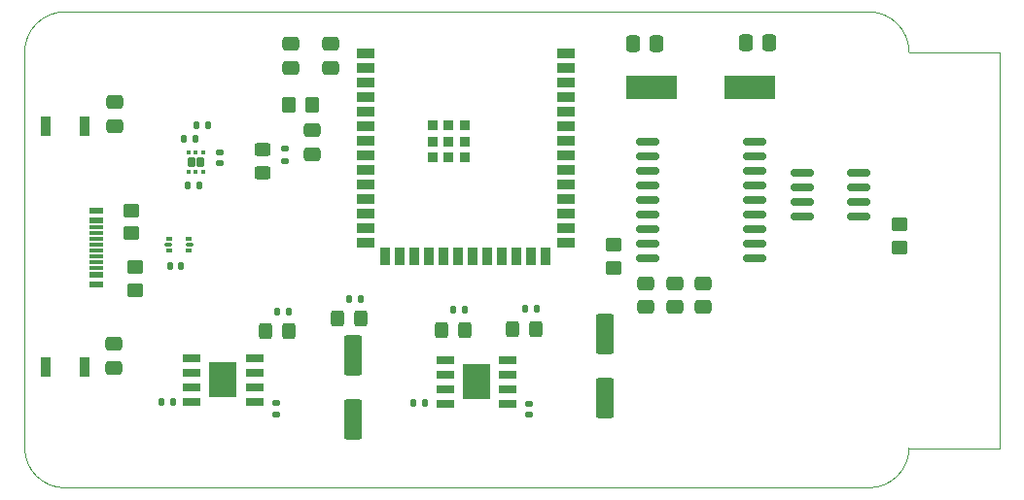
<source format=gbr>
%TF.GenerationSoftware,KiCad,Pcbnew,9.0.2-rc1-202504292220~4c561b3193~ubuntu24.04.1*%
%TF.CreationDate,2025-05-14T22:04:50-03:00*%
%TF.ProjectId,hardware,68617264-7761-4726-952e-6b696361645f,rev?*%
%TF.SameCoordinates,Original*%
%TF.FileFunction,Paste,Top*%
%TF.FilePolarity,Positive*%
%FSLAX46Y46*%
G04 Gerber Fmt 4.6, Leading zero omitted, Abs format (unit mm)*
G04 Created by KiCad (PCBNEW 9.0.2-rc1-202504292220~4c561b3193~ubuntu24.04.1) date 2025-05-14 22:04:50*
%MOMM*%
%LPD*%
G01*
G04 APERTURE LIST*
G04 Aperture macros list*
%AMRoundRect*
0 Rectangle with rounded corners*
0 $1 Rounding radius*
0 $2 $3 $4 $5 $6 $7 $8 $9 X,Y pos of 4 corners*
0 Add a 4 corners polygon primitive as box body*
4,1,4,$2,$3,$4,$5,$6,$7,$8,$9,$2,$3,0*
0 Add four circle primitives for the rounded corners*
1,1,$1+$1,$2,$3*
1,1,$1+$1,$4,$5*
1,1,$1+$1,$6,$7*
1,1,$1+$1,$8,$9*
0 Add four rect primitives between the rounded corners*
20,1,$1+$1,$2,$3,$4,$5,0*
20,1,$1+$1,$4,$5,$6,$7,0*
20,1,$1+$1,$6,$7,$8,$9,0*
20,1,$1+$1,$8,$9,$2,$3,0*%
G04 Aperture macros list end*
%ADD10R,1.525000X0.650000*%
%ADD11R,2.400000X3.100000*%
%ADD12RoundRect,0.250000X0.550000X-1.500000X0.550000X1.500000X-0.550000X1.500000X-0.550000X-1.500000X0*%
%ADD13RoundRect,0.135000X0.135000X0.185000X-0.135000X0.185000X-0.135000X-0.185000X0.135000X-0.185000X0*%
%ADD14RoundRect,0.250000X0.450000X-0.350000X0.450000X0.350000X-0.450000X0.350000X-0.450000X-0.350000X0*%
%ADD15RoundRect,0.150000X0.875000X0.150000X-0.875000X0.150000X-0.875000X-0.150000X0.875000X-0.150000X0*%
%ADD16RoundRect,0.250000X-0.475000X0.337500X-0.475000X-0.337500X0.475000X-0.337500X0.475000X0.337500X0*%
%ADD17RoundRect,0.250000X0.475000X-0.337500X0.475000X0.337500X-0.475000X0.337500X-0.475000X-0.337500X0*%
%ADD18RoundRect,0.135000X-0.135000X-0.185000X0.135000X-0.185000X0.135000X0.185000X-0.135000X0.185000X0*%
%ADD19RoundRect,0.250000X-0.325000X-0.450000X0.325000X-0.450000X0.325000X0.450000X-0.325000X0.450000X0*%
%ADD20RoundRect,0.135000X-0.185000X0.135000X-0.185000X-0.135000X0.185000X-0.135000X0.185000X0.135000X0*%
%ADD21RoundRect,0.172500X-0.172500X0.262500X-0.172500X-0.262500X0.172500X-0.262500X0.172500X0.262500X0*%
%ADD22RoundRect,0.093750X-0.106250X0.093750X-0.106250X-0.093750X0.106250X-0.093750X0.106250X0.093750X0*%
%ADD23RoundRect,0.250000X-0.337500X-0.475000X0.337500X-0.475000X0.337500X0.475000X-0.337500X0.475000X0*%
%ADD24RoundRect,0.140000X-0.170000X0.140000X-0.170000X-0.140000X0.170000X-0.140000X0.170000X0.140000X0*%
%ADD25RoundRect,0.140000X-0.140000X-0.170000X0.140000X-0.170000X0.140000X0.170000X-0.140000X0.170000X0*%
%ADD26RoundRect,0.250000X0.450000X-0.325000X0.450000X0.325000X-0.450000X0.325000X-0.450000X-0.325000X0*%
%ADD27R,0.900000X1.700000*%
%ADD28RoundRect,0.250000X-0.350000X-0.450000X0.350000X-0.450000X0.350000X0.450000X-0.350000X0.450000X0*%
%ADD29R,1.240000X0.600000*%
%ADD30R,1.240000X0.300000*%
%ADD31RoundRect,0.250000X-0.450000X0.350000X-0.450000X-0.350000X0.450000X-0.350000X0.450000X0.350000X0*%
%ADD32R,1.500000X0.900000*%
%ADD33R,0.900000X1.500000*%
%ADD34R,0.900000X0.900000*%
%ADD35RoundRect,0.140000X0.140000X0.170000X-0.140000X0.170000X-0.140000X-0.170000X0.140000X-0.170000X0*%
%ADD36RoundRect,0.093750X-0.156250X-0.093750X0.156250X-0.093750X0.156250X0.093750X-0.156250X0.093750X0*%
%ADD37RoundRect,0.075000X-0.250000X-0.075000X0.250000X-0.075000X0.250000X0.075000X-0.250000X0.075000X0*%
%ADD38RoundRect,0.150000X-0.825000X-0.150000X0.825000X-0.150000X0.825000X0.150000X-0.825000X0.150000X0*%
%ADD39R,4.500000X2.000000*%
%TA.AperFunction,Profile*%
%ADD40C,0.050000*%
%TD*%
G04 APERTURE END LIST*
D10*
%TO.C,IC2*%
X61070500Y-68702500D03*
X61070500Y-69972500D03*
X61070500Y-71242500D03*
X61070500Y-72512500D03*
X66494500Y-72512500D03*
X66494500Y-71242500D03*
X66494500Y-69972500D03*
X66494500Y-68702500D03*
D11*
X63782500Y-70607500D03*
%TD*%
D10*
%TO.C,IC1*%
X83088000Y-68845000D03*
X83088000Y-70115000D03*
X83088000Y-71385000D03*
X83088000Y-72655000D03*
X88512000Y-72655000D03*
X88512000Y-71385000D03*
X88512000Y-70115000D03*
X88512000Y-68845000D03*
D11*
X85800000Y-70750000D03*
%TD*%
D12*
%TO.C,C17*%
X97050000Y-72180000D03*
X97050000Y-66580000D03*
%TD*%
%TO.C,C15*%
X75080000Y-74010000D03*
X75080000Y-68410000D03*
%TD*%
D13*
%TO.C,R4*%
X62435000Y-48425000D03*
X61415000Y-48425000D03*
%TD*%
D14*
%TO.C,R2*%
X55800000Y-57800000D03*
X55800000Y-55800000D03*
%TD*%
D15*
%TO.C,U2*%
X110050000Y-59980000D03*
X110050000Y-58710000D03*
X110050000Y-57440000D03*
X110050000Y-56170000D03*
X110050000Y-54900000D03*
X110050000Y-53630000D03*
X110050000Y-52360000D03*
X110050000Y-51090000D03*
X110050000Y-49820000D03*
X100750000Y-49820000D03*
X100750000Y-51090000D03*
X100750000Y-52360000D03*
X100750000Y-53630000D03*
X100750000Y-54900000D03*
X100750000Y-56170000D03*
X100750000Y-57440000D03*
X100750000Y-58710000D03*
X100750000Y-59980000D03*
%TD*%
D16*
%TO.C,C11*%
X105600000Y-62162500D03*
X105600000Y-64237500D03*
%TD*%
D17*
%TO.C,C12*%
X54250000Y-69547500D03*
X54250000Y-67472500D03*
%TD*%
D18*
%TO.C,R16*%
X58412500Y-72517500D03*
X59432500Y-72517500D03*
%TD*%
D17*
%TO.C,C3*%
X69650000Y-43387500D03*
X69650000Y-41312500D03*
%TD*%
%TO.C,C2*%
X73150000Y-43387500D03*
X73150000Y-41312500D03*
%TD*%
D13*
%TO.C,R15*%
X69540000Y-64620000D03*
X68520000Y-64620000D03*
%TD*%
D19*
%TO.C,D4*%
X73735000Y-65220000D03*
X75785000Y-65220000D03*
%TD*%
D13*
%TO.C,R13*%
X84830000Y-64470000D03*
X83810000Y-64470000D03*
%TD*%
D20*
%TO.C,R7*%
X69120000Y-50455000D03*
X69120000Y-51475000D03*
%TD*%
D21*
%TO.C,U4*%
X61800000Y-51600000D03*
X61000000Y-51600000D03*
D22*
X62050000Y-50712500D03*
X61400000Y-50712500D03*
X60750000Y-50712500D03*
X60750000Y-52487500D03*
X61400000Y-52487500D03*
X62050000Y-52487500D03*
%TD*%
D23*
%TO.C,C7*%
X99462500Y-41250000D03*
X101537500Y-41250000D03*
%TD*%
D24*
%TO.C,C6*%
X63460000Y-50730000D03*
X63460000Y-51690000D03*
%TD*%
D25*
%TO.C,C5*%
X60720000Y-53600000D03*
X61680000Y-53600000D03*
%TD*%
D26*
%TO.C,D1*%
X67220000Y-52550000D03*
X67220000Y-50500000D03*
%TD*%
D19*
%TO.C,D2*%
X88947500Y-66160000D03*
X90997500Y-66160000D03*
%TD*%
D27*
%TO.C,SW3*%
X48300000Y-48500000D03*
X51700000Y-48500000D03*
%TD*%
D16*
%TO.C,C10*%
X100600000Y-62162500D03*
X100600000Y-64237500D03*
%TD*%
%TO.C,C4*%
X71500000Y-48812500D03*
X71500000Y-50887500D03*
%TD*%
D23*
%TO.C,C8*%
X109262500Y-41200000D03*
X111337500Y-41200000D03*
%TD*%
D28*
%TO.C,R1*%
X69500000Y-46600000D03*
X71500000Y-46600000D03*
%TD*%
D29*
%TO.C,J1*%
X52725000Y-55840000D03*
X52725000Y-56640000D03*
D30*
X52725000Y-57790000D03*
X52725000Y-58790000D03*
X52725000Y-59290000D03*
X52725000Y-60290000D03*
D29*
X52725000Y-61440000D03*
X52725000Y-62240000D03*
X52725000Y-62240000D03*
X52725000Y-61440000D03*
D30*
X52725000Y-60790000D03*
X52725000Y-59790000D03*
X52725000Y-58290000D03*
X52725000Y-57290000D03*
D29*
X52725000Y-56640000D03*
X52725000Y-55840000D03*
%TD*%
D31*
%TO.C,R8*%
X97800000Y-58800000D03*
X97800000Y-60800000D03*
%TD*%
D32*
%TO.C,U1*%
X76150000Y-42090000D03*
X76150000Y-43360000D03*
X76150000Y-44630000D03*
X76150000Y-45900000D03*
X76150000Y-47170000D03*
X76150000Y-48440000D03*
X76150000Y-49710000D03*
X76150000Y-50980000D03*
X76150000Y-52250000D03*
X76150000Y-53520000D03*
X76150000Y-54790000D03*
X76150000Y-56060000D03*
X76150000Y-57330000D03*
X76150000Y-58600000D03*
D33*
X77915000Y-59850000D03*
X79185000Y-59850000D03*
X80455000Y-59850000D03*
X81725000Y-59850000D03*
X82995000Y-59850000D03*
X84265000Y-59850000D03*
X85535000Y-59850000D03*
X86805000Y-59850000D03*
X88075000Y-59850000D03*
X89345000Y-59850000D03*
X90615000Y-59850000D03*
X91885000Y-59850000D03*
D32*
X93650000Y-58600000D03*
X93650000Y-57330000D03*
X93650000Y-56060000D03*
X93650000Y-54790000D03*
X93650000Y-53520000D03*
X93650000Y-52250000D03*
X93650000Y-50980000D03*
X93650000Y-49710000D03*
X93650000Y-48440000D03*
X93650000Y-47170000D03*
X93650000Y-45900000D03*
X93650000Y-44630000D03*
X93650000Y-43360000D03*
X93650000Y-42090000D03*
D34*
X82000000Y-48410000D03*
X83400000Y-48410000D03*
X84800000Y-48410000D03*
X82000000Y-49810000D03*
X83400000Y-49810000D03*
X84800000Y-49810000D03*
X82000000Y-51210000D03*
X83400000Y-51210000D03*
X84800000Y-51210000D03*
%TD*%
D14*
%TO.C,R3*%
X56100000Y-62775000D03*
X56100000Y-60775000D03*
%TD*%
D13*
%TO.C,R12*%
X91060000Y-64390000D03*
X90040000Y-64390000D03*
%TD*%
D16*
%TO.C,C9*%
X103100000Y-62162500D03*
X103100000Y-64237500D03*
%TD*%
D13*
%TO.C,R14*%
X75790000Y-63580000D03*
X74770000Y-63580000D03*
%TD*%
D35*
%TO.C,C1*%
X60100000Y-60700000D03*
X59140000Y-60700000D03*
%TD*%
D36*
%TO.C,U3*%
X59050000Y-58262500D03*
D37*
X58975000Y-58800000D03*
D36*
X59050000Y-59337500D03*
X60750000Y-59337500D03*
D37*
X60825000Y-58800000D03*
D36*
X60750000Y-58262500D03*
%TD*%
D24*
%TO.C,C13*%
X68370000Y-72640000D03*
X68370000Y-73600000D03*
%TD*%
D19*
%TO.C,D3*%
X82765000Y-66260000D03*
X84815000Y-66260000D03*
%TD*%
D38*
%TO.C,U5*%
X114175000Y-52495000D03*
X114175000Y-53765000D03*
X114175000Y-55035000D03*
X114175000Y-56305000D03*
X119125000Y-56305000D03*
X119125000Y-55035000D03*
X119125000Y-53765000D03*
X119125000Y-52495000D03*
%TD*%
D19*
%TO.C,D5*%
X67475000Y-66310000D03*
X69525000Y-66310000D03*
%TD*%
D14*
%TO.C,R6*%
X122650000Y-59040000D03*
X122650000Y-57040000D03*
%TD*%
D24*
%TO.C,C16*%
X90420000Y-72680000D03*
X90420000Y-73640000D03*
%TD*%
D39*
%TO.C,Y1*%
X101100000Y-45050000D03*
X109600000Y-45050000D03*
%TD*%
D13*
%TO.C,R5*%
X61410000Y-49575000D03*
X60390000Y-49575000D03*
%TD*%
D27*
%TO.C,SW4*%
X48300000Y-69500000D03*
X51700000Y-69500000D03*
%TD*%
D18*
%TO.C,R9*%
X80350000Y-72640000D03*
X81370000Y-72640000D03*
%TD*%
D17*
%TO.C,C14*%
X54320000Y-48457500D03*
X54320000Y-46382500D03*
%TD*%
D40*
X120000000Y-38500000D02*
X50000000Y-38500000D01*
X123500000Y-76550000D02*
X131350000Y-76550000D01*
X50000000Y-80000000D02*
G75*
G02*
X46500000Y-76500000I0J3500000D01*
G01*
X46500000Y-42000000D02*
X46500000Y-76500000D01*
X123500000Y-42000000D02*
X131275000Y-42000000D01*
X131350000Y-76550000D02*
X131350000Y-42000000D01*
X46500000Y-42000000D02*
G75*
G02*
X50000000Y-38500000I3500000J0D01*
G01*
X120000000Y-80000000D02*
X50000000Y-80000000D01*
X120000000Y-38500000D02*
G75*
G02*
X123500000Y-42000000I0J-3500000D01*
G01*
X123499643Y-76549995D02*
G75*
G02*
X120000000Y-80000000I-3499643J49995D01*
G01*
X131275000Y-42000000D02*
X131350000Y-42000000D01*
M02*

</source>
